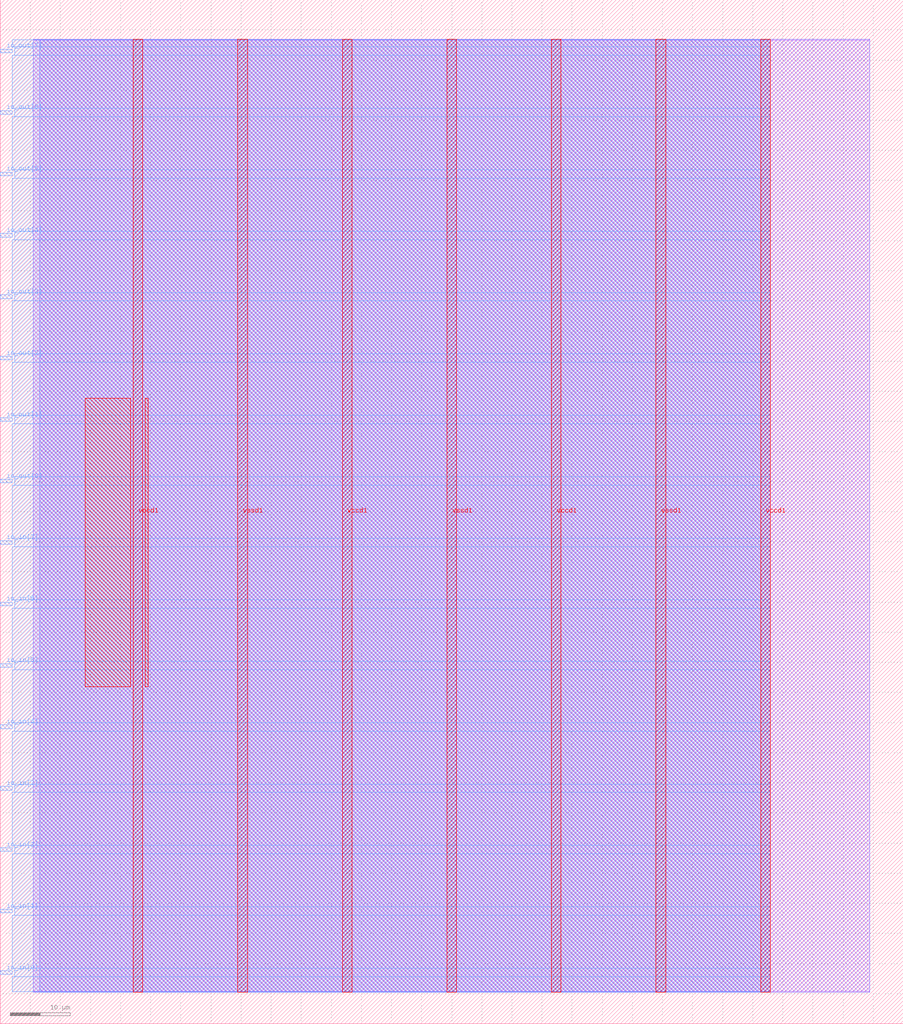
<source format=lef>
VERSION 5.7 ;
  NOWIREEXTENSIONATPIN ON ;
  DIVIDERCHAR "/" ;
  BUSBITCHARS "[]" ;
MACRO xyz_peppergray_Potato1_top
  CLASS BLOCK ;
  FOREIGN xyz_peppergray_Potato1_top ;
  ORIGIN 0.000 0.000 ;
  SIZE 150.000 BY 170.000 ;
  PIN io_in[0]
    DIRECTION INPUT ;
    USE SIGNAL ;
    PORT
      LAYER met3 ;
        RECT 0.000 8.200 2.000 8.800 ;
    END
  END io_in[0]
  PIN io_in[1]
    DIRECTION INPUT ;
    USE SIGNAL ;
    PORT
      LAYER met3 ;
        RECT 0.000 18.400 2.000 19.000 ;
    END
  END io_in[1]
  PIN io_in[2]
    DIRECTION INPUT ;
    USE SIGNAL ;
    PORT
      LAYER met3 ;
        RECT 0.000 28.600 2.000 29.200 ;
    END
  END io_in[2]
  PIN io_in[3]
    DIRECTION INPUT ;
    USE SIGNAL ;
    PORT
      LAYER met3 ;
        RECT 0.000 38.800 2.000 39.400 ;
    END
  END io_in[3]
  PIN io_in[4]
    DIRECTION INPUT ;
    USE SIGNAL ;
    PORT
      LAYER met3 ;
        RECT 0.000 49.000 2.000 49.600 ;
    END
  END io_in[4]
  PIN io_in[5]
    DIRECTION INPUT ;
    USE SIGNAL ;
    PORT
      LAYER met3 ;
        RECT 0.000 59.200 2.000 59.800 ;
    END
  END io_in[5]
  PIN io_in[6]
    DIRECTION INPUT ;
    USE SIGNAL ;
    PORT
      LAYER met3 ;
        RECT 0.000 69.400 2.000 70.000 ;
    END
  END io_in[6]
  PIN io_in[7]
    DIRECTION INPUT ;
    USE SIGNAL ;
    PORT
      LAYER met3 ;
        RECT 0.000 79.600 2.000 80.200 ;
    END
  END io_in[7]
  PIN io_out[0]
    DIRECTION OUTPUT TRISTATE ;
    USE SIGNAL ;
    PORT
      LAYER met3 ;
        RECT 0.000 89.800 2.000 90.400 ;
    END
  END io_out[0]
  PIN io_out[1]
    DIRECTION OUTPUT TRISTATE ;
    USE SIGNAL ;
    PORT
      LAYER met3 ;
        RECT 0.000 100.000 2.000 100.600 ;
    END
  END io_out[1]
  PIN io_out[2]
    DIRECTION OUTPUT TRISTATE ;
    USE SIGNAL ;
    PORT
      LAYER met3 ;
        RECT 0.000 110.200 2.000 110.800 ;
    END
  END io_out[2]
  PIN io_out[3]
    DIRECTION OUTPUT TRISTATE ;
    USE SIGNAL ;
    PORT
      LAYER met3 ;
        RECT 0.000 120.400 2.000 121.000 ;
    END
  END io_out[3]
  PIN io_out[4]
    DIRECTION OUTPUT TRISTATE ;
    USE SIGNAL ;
    PORT
      LAYER met3 ;
        RECT 0.000 130.600 2.000 131.200 ;
    END
  END io_out[4]
  PIN io_out[5]
    DIRECTION OUTPUT TRISTATE ;
    USE SIGNAL ;
    PORT
      LAYER met3 ;
        RECT 0.000 140.800 2.000 141.400 ;
    END
  END io_out[5]
  PIN io_out[6]
    DIRECTION OUTPUT TRISTATE ;
    USE SIGNAL ;
    PORT
      LAYER met3 ;
        RECT 0.000 151.000 2.000 151.600 ;
    END
  END io_out[6]
  PIN io_out[7]
    DIRECTION OUTPUT TRISTATE ;
    USE SIGNAL ;
    PORT
      LAYER met3 ;
        RECT 0.000 161.200 2.000 161.800 ;
    END
  END io_out[7]
  PIN vccd1
    DIRECTION INOUT ;
    USE POWER ;
    PORT
      LAYER met4 ;
        RECT 22.090 5.200 23.690 163.440 ;
    END
    PORT
      LAYER met4 ;
        RECT 56.830 5.200 58.430 163.440 ;
    END
    PORT
      LAYER met4 ;
        RECT 91.570 5.200 93.170 163.440 ;
    END
    PORT
      LAYER met4 ;
        RECT 126.310 5.200 127.910 163.440 ;
    END
  END vccd1
  PIN vssd1
    DIRECTION INOUT ;
    USE GROUND ;
    PORT
      LAYER met4 ;
        RECT 39.460 5.200 41.060 163.440 ;
    END
    PORT
      LAYER met4 ;
        RECT 74.200 5.200 75.800 163.440 ;
    END
    PORT
      LAYER met4 ;
        RECT 108.940 5.200 110.540 163.440 ;
    END
  END vssd1
  OBS
      LAYER li1 ;
        RECT 5.520 5.355 144.440 163.285 ;
      LAYER met1 ;
        RECT 5.520 5.200 144.440 163.440 ;
      LAYER met2 ;
        RECT 6.540 5.255 127.880 163.385 ;
      LAYER met3 ;
        RECT 2.000 162.200 127.900 163.365 ;
        RECT 2.400 160.800 127.900 162.200 ;
        RECT 2.000 152.000 127.900 160.800 ;
        RECT 2.400 150.600 127.900 152.000 ;
        RECT 2.000 141.800 127.900 150.600 ;
        RECT 2.400 140.400 127.900 141.800 ;
        RECT 2.000 131.600 127.900 140.400 ;
        RECT 2.400 130.200 127.900 131.600 ;
        RECT 2.000 121.400 127.900 130.200 ;
        RECT 2.400 120.000 127.900 121.400 ;
        RECT 2.000 111.200 127.900 120.000 ;
        RECT 2.400 109.800 127.900 111.200 ;
        RECT 2.000 101.000 127.900 109.800 ;
        RECT 2.400 99.600 127.900 101.000 ;
        RECT 2.000 90.800 127.900 99.600 ;
        RECT 2.400 89.400 127.900 90.800 ;
        RECT 2.000 80.600 127.900 89.400 ;
        RECT 2.400 79.200 127.900 80.600 ;
        RECT 2.000 70.400 127.900 79.200 ;
        RECT 2.400 69.000 127.900 70.400 ;
        RECT 2.000 60.200 127.900 69.000 ;
        RECT 2.400 58.800 127.900 60.200 ;
        RECT 2.000 50.000 127.900 58.800 ;
        RECT 2.400 48.600 127.900 50.000 ;
        RECT 2.000 39.800 127.900 48.600 ;
        RECT 2.400 38.400 127.900 39.800 ;
        RECT 2.000 29.600 127.900 38.400 ;
        RECT 2.400 28.200 127.900 29.600 ;
        RECT 2.000 19.400 127.900 28.200 ;
        RECT 2.400 18.000 127.900 19.400 ;
        RECT 2.000 9.200 127.900 18.000 ;
        RECT 2.400 7.800 127.900 9.200 ;
        RECT 2.000 5.275 127.900 7.800 ;
      LAYER met4 ;
        RECT 14.095 55.935 21.690 103.865 ;
        RECT 24.090 55.935 24.545 103.865 ;
  END
END xyz_peppergray_Potato1_top
END LIBRARY


</source>
